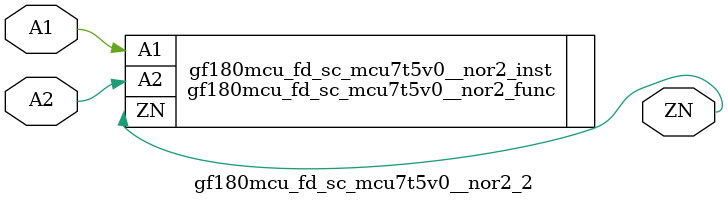
<source format=v>

`ifndef GF180MCU_FD_SC_MCU7T5V0__NOR2_2_V
`define GF180MCU_FD_SC_MCU7T5V0__NOR2_2_V

`include "gf180mcu_fd_sc_mcu7t5v0__nor2.v"

`ifdef USE_POWER_PINS
module gf180mcu_fd_sc_mcu7t5v0__nor2_2( A2, ZN, A1, VDD, VSS );
inout VDD, VSS;
`else // If not USE_POWER_PINS
module gf180mcu_fd_sc_mcu7t5v0__nor2_2( A2, ZN, A1 );
`endif // If not USE_POWER_PINS
input A1, A2;
output ZN;

`ifdef USE_POWER_PINS
  gf180mcu_fd_sc_mcu7t5v0__nor2_func gf180mcu_fd_sc_mcu7t5v0__nor2_inst(.A2(A2),.ZN(ZN),.A1(A1),.VDD(VDD),.VSS(VSS));
`else // If not USE_POWER_PINS
  gf180mcu_fd_sc_mcu7t5v0__nor2_func gf180mcu_fd_sc_mcu7t5v0__nor2_inst(.A2(A2),.ZN(ZN),.A1(A1));
`endif // If not USE_POWER_PINS

`ifndef FUNCTIONAL
	// spec_gates_begin


	// spec_gates_end



   specify

	// specify_block_begin

	// comb arc A1 --> ZN
	 (A1 => ZN) = (1.0,1.0);

	// comb arc A2 --> ZN
	 (A2 => ZN) = (1.0,1.0);

	// specify_block_end

   endspecify

   `endif

endmodule
`endif // GF180MCU_FD_SC_MCU7T5V0__NOR2_2_V

</source>
